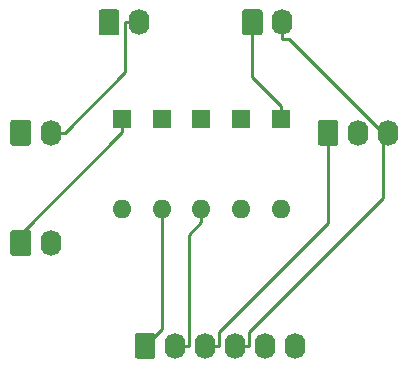
<source format=gbr>
G04 #@! TF.GenerationSoftware,KiCad,Pcbnew,(5.1.5-0-10_14)*
G04 #@! TF.CreationDate,2021-10-24T13:15:44+10:00*
G04 #@! TF.ProjectId,OH - Left Console - Ejection Seat,4f48202d-204c-4656-9674-20436f6e736f,rev?*
G04 #@! TF.SameCoordinates,Original*
G04 #@! TF.FileFunction,Copper,L1,Top*
G04 #@! TF.FilePolarity,Positive*
%FSLAX46Y46*%
G04 Gerber Fmt 4.6, Leading zero omitted, Abs format (unit mm)*
G04 Created by KiCad (PCBNEW (5.1.5-0-10_14)) date 2021-10-24 13:15:44*
%MOMM*%
%LPD*%
G04 APERTURE LIST*
%ADD10O,1.740000X2.200000*%
%ADD11C,0.100000*%
%ADD12O,1.600000X1.600000*%
%ADD13R,1.600000X1.600000*%
%ADD14C,0.250000*%
G04 APERTURE END LIST*
D10*
X78359000Y-116840000D03*
X75819000Y-116840000D03*
X73279000Y-116840000D03*
X70739000Y-116840000D03*
X68199000Y-116840000D03*
G04 #@! TA.AperFunction,ComponentPad*
D11*
G36*
X66303505Y-115741204D02*
G01*
X66327773Y-115744804D01*
X66351572Y-115750765D01*
X66374671Y-115759030D01*
X66396850Y-115769520D01*
X66417893Y-115782132D01*
X66437599Y-115796747D01*
X66455777Y-115813223D01*
X66472253Y-115831401D01*
X66486868Y-115851107D01*
X66499480Y-115872150D01*
X66509970Y-115894329D01*
X66518235Y-115917428D01*
X66524196Y-115941227D01*
X66527796Y-115965495D01*
X66529000Y-115989999D01*
X66529000Y-117690001D01*
X66527796Y-117714505D01*
X66524196Y-117738773D01*
X66518235Y-117762572D01*
X66509970Y-117785671D01*
X66499480Y-117807850D01*
X66486868Y-117828893D01*
X66472253Y-117848599D01*
X66455777Y-117866777D01*
X66437599Y-117883253D01*
X66417893Y-117897868D01*
X66396850Y-117910480D01*
X66374671Y-117920970D01*
X66351572Y-117929235D01*
X66327773Y-117935196D01*
X66303505Y-117938796D01*
X66279001Y-117940000D01*
X65038999Y-117940000D01*
X65014495Y-117938796D01*
X64990227Y-117935196D01*
X64966428Y-117929235D01*
X64943329Y-117920970D01*
X64921150Y-117910480D01*
X64900107Y-117897868D01*
X64880401Y-117883253D01*
X64862223Y-117866777D01*
X64845747Y-117848599D01*
X64831132Y-117828893D01*
X64818520Y-117807850D01*
X64808030Y-117785671D01*
X64799765Y-117762572D01*
X64793804Y-117738773D01*
X64790204Y-117714505D01*
X64789000Y-117690001D01*
X64789000Y-115989999D01*
X64790204Y-115965495D01*
X64793804Y-115941227D01*
X64799765Y-115917428D01*
X64808030Y-115894329D01*
X64818520Y-115872150D01*
X64831132Y-115851107D01*
X64845747Y-115831401D01*
X64862223Y-115813223D01*
X64880401Y-115796747D01*
X64900107Y-115782132D01*
X64921150Y-115769520D01*
X64943329Y-115759030D01*
X64966428Y-115750765D01*
X64990227Y-115744804D01*
X65014495Y-115741204D01*
X65038999Y-115740000D01*
X66279001Y-115740000D01*
X66303505Y-115741204D01*
G37*
G04 #@! TD.AperFunction*
D10*
X65151000Y-89471500D03*
G04 #@! TA.AperFunction,ComponentPad*
D11*
G36*
X63255505Y-88372704D02*
G01*
X63279773Y-88376304D01*
X63303572Y-88382265D01*
X63326671Y-88390530D01*
X63348850Y-88401020D01*
X63369893Y-88413632D01*
X63389599Y-88428247D01*
X63407777Y-88444723D01*
X63424253Y-88462901D01*
X63438868Y-88482607D01*
X63451480Y-88503650D01*
X63461970Y-88525829D01*
X63470235Y-88548928D01*
X63476196Y-88572727D01*
X63479796Y-88596995D01*
X63481000Y-88621499D01*
X63481000Y-90321501D01*
X63479796Y-90346005D01*
X63476196Y-90370273D01*
X63470235Y-90394072D01*
X63461970Y-90417171D01*
X63451480Y-90439350D01*
X63438868Y-90460393D01*
X63424253Y-90480099D01*
X63407777Y-90498277D01*
X63389599Y-90514753D01*
X63369893Y-90529368D01*
X63348850Y-90541980D01*
X63326671Y-90552470D01*
X63303572Y-90560735D01*
X63279773Y-90566696D01*
X63255505Y-90570296D01*
X63231001Y-90571500D01*
X61990999Y-90571500D01*
X61966495Y-90570296D01*
X61942227Y-90566696D01*
X61918428Y-90560735D01*
X61895329Y-90552470D01*
X61873150Y-90541980D01*
X61852107Y-90529368D01*
X61832401Y-90514753D01*
X61814223Y-90498277D01*
X61797747Y-90480099D01*
X61783132Y-90460393D01*
X61770520Y-90439350D01*
X61760030Y-90417171D01*
X61751765Y-90394072D01*
X61745804Y-90370273D01*
X61742204Y-90346005D01*
X61741000Y-90321501D01*
X61741000Y-88621499D01*
X61742204Y-88596995D01*
X61745804Y-88572727D01*
X61751765Y-88548928D01*
X61760030Y-88525829D01*
X61770520Y-88503650D01*
X61783132Y-88482607D01*
X61797747Y-88462901D01*
X61814223Y-88444723D01*
X61832401Y-88428247D01*
X61852107Y-88413632D01*
X61873150Y-88401020D01*
X61895329Y-88390530D01*
X61918428Y-88382265D01*
X61942227Y-88376304D01*
X61966495Y-88372704D01*
X61990999Y-88371500D01*
X63231001Y-88371500D01*
X63255505Y-88372704D01*
G37*
G04 #@! TD.AperFunction*
D10*
X86233000Y-98806000D03*
X83693000Y-98806000D03*
G04 #@! TA.AperFunction,ComponentPad*
D11*
G36*
X81797505Y-97707204D02*
G01*
X81821773Y-97710804D01*
X81845572Y-97716765D01*
X81868671Y-97725030D01*
X81890850Y-97735520D01*
X81911893Y-97748132D01*
X81931599Y-97762747D01*
X81949777Y-97779223D01*
X81966253Y-97797401D01*
X81980868Y-97817107D01*
X81993480Y-97838150D01*
X82003970Y-97860329D01*
X82012235Y-97883428D01*
X82018196Y-97907227D01*
X82021796Y-97931495D01*
X82023000Y-97955999D01*
X82023000Y-99656001D01*
X82021796Y-99680505D01*
X82018196Y-99704773D01*
X82012235Y-99728572D01*
X82003970Y-99751671D01*
X81993480Y-99773850D01*
X81980868Y-99794893D01*
X81966253Y-99814599D01*
X81949777Y-99832777D01*
X81931599Y-99849253D01*
X81911893Y-99863868D01*
X81890850Y-99876480D01*
X81868671Y-99886970D01*
X81845572Y-99895235D01*
X81821773Y-99901196D01*
X81797505Y-99904796D01*
X81773001Y-99906000D01*
X80532999Y-99906000D01*
X80508495Y-99904796D01*
X80484227Y-99901196D01*
X80460428Y-99895235D01*
X80437329Y-99886970D01*
X80415150Y-99876480D01*
X80394107Y-99863868D01*
X80374401Y-99849253D01*
X80356223Y-99832777D01*
X80339747Y-99814599D01*
X80325132Y-99794893D01*
X80312520Y-99773850D01*
X80302030Y-99751671D01*
X80293765Y-99728572D01*
X80287804Y-99704773D01*
X80284204Y-99680505D01*
X80283000Y-99656001D01*
X80283000Y-97955999D01*
X80284204Y-97931495D01*
X80287804Y-97907227D01*
X80293765Y-97883428D01*
X80302030Y-97860329D01*
X80312520Y-97838150D01*
X80325132Y-97817107D01*
X80339747Y-97797401D01*
X80356223Y-97779223D01*
X80374401Y-97762747D01*
X80394107Y-97748132D01*
X80415150Y-97735520D01*
X80437329Y-97725030D01*
X80460428Y-97716765D01*
X80484227Y-97710804D01*
X80508495Y-97707204D01*
X80532999Y-97706000D01*
X81773001Y-97706000D01*
X81797505Y-97707204D01*
G37*
G04 #@! TD.AperFunction*
D10*
X57658000Y-98806000D03*
G04 #@! TA.AperFunction,ComponentPad*
D11*
G36*
X55762505Y-97707204D02*
G01*
X55786773Y-97710804D01*
X55810572Y-97716765D01*
X55833671Y-97725030D01*
X55855850Y-97735520D01*
X55876893Y-97748132D01*
X55896599Y-97762747D01*
X55914777Y-97779223D01*
X55931253Y-97797401D01*
X55945868Y-97817107D01*
X55958480Y-97838150D01*
X55968970Y-97860329D01*
X55977235Y-97883428D01*
X55983196Y-97907227D01*
X55986796Y-97931495D01*
X55988000Y-97955999D01*
X55988000Y-99656001D01*
X55986796Y-99680505D01*
X55983196Y-99704773D01*
X55977235Y-99728572D01*
X55968970Y-99751671D01*
X55958480Y-99773850D01*
X55945868Y-99794893D01*
X55931253Y-99814599D01*
X55914777Y-99832777D01*
X55896599Y-99849253D01*
X55876893Y-99863868D01*
X55855850Y-99876480D01*
X55833671Y-99886970D01*
X55810572Y-99895235D01*
X55786773Y-99901196D01*
X55762505Y-99904796D01*
X55738001Y-99906000D01*
X54497999Y-99906000D01*
X54473495Y-99904796D01*
X54449227Y-99901196D01*
X54425428Y-99895235D01*
X54402329Y-99886970D01*
X54380150Y-99876480D01*
X54359107Y-99863868D01*
X54339401Y-99849253D01*
X54321223Y-99832777D01*
X54304747Y-99814599D01*
X54290132Y-99794893D01*
X54277520Y-99773850D01*
X54267030Y-99751671D01*
X54258765Y-99728572D01*
X54252804Y-99704773D01*
X54249204Y-99680505D01*
X54248000Y-99656001D01*
X54248000Y-97955999D01*
X54249204Y-97931495D01*
X54252804Y-97907227D01*
X54258765Y-97883428D01*
X54267030Y-97860329D01*
X54277520Y-97838150D01*
X54290132Y-97817107D01*
X54304747Y-97797401D01*
X54321223Y-97779223D01*
X54339401Y-97762747D01*
X54359107Y-97748132D01*
X54380150Y-97735520D01*
X54402329Y-97725030D01*
X54425428Y-97716765D01*
X54449227Y-97710804D01*
X54473495Y-97707204D01*
X54497999Y-97706000D01*
X55738001Y-97706000D01*
X55762505Y-97707204D01*
G37*
G04 #@! TD.AperFunction*
D10*
X77279500Y-89471500D03*
G04 #@! TA.AperFunction,ComponentPad*
D11*
G36*
X75384005Y-88372704D02*
G01*
X75408273Y-88376304D01*
X75432072Y-88382265D01*
X75455171Y-88390530D01*
X75477350Y-88401020D01*
X75498393Y-88413632D01*
X75518099Y-88428247D01*
X75536277Y-88444723D01*
X75552753Y-88462901D01*
X75567368Y-88482607D01*
X75579980Y-88503650D01*
X75590470Y-88525829D01*
X75598735Y-88548928D01*
X75604696Y-88572727D01*
X75608296Y-88596995D01*
X75609500Y-88621499D01*
X75609500Y-90321501D01*
X75608296Y-90346005D01*
X75604696Y-90370273D01*
X75598735Y-90394072D01*
X75590470Y-90417171D01*
X75579980Y-90439350D01*
X75567368Y-90460393D01*
X75552753Y-90480099D01*
X75536277Y-90498277D01*
X75518099Y-90514753D01*
X75498393Y-90529368D01*
X75477350Y-90541980D01*
X75455171Y-90552470D01*
X75432072Y-90560735D01*
X75408273Y-90566696D01*
X75384005Y-90570296D01*
X75359501Y-90571500D01*
X74119499Y-90571500D01*
X74094995Y-90570296D01*
X74070727Y-90566696D01*
X74046928Y-90560735D01*
X74023829Y-90552470D01*
X74001650Y-90541980D01*
X73980607Y-90529368D01*
X73960901Y-90514753D01*
X73942723Y-90498277D01*
X73926247Y-90480099D01*
X73911632Y-90460393D01*
X73899020Y-90439350D01*
X73888530Y-90417171D01*
X73880265Y-90394072D01*
X73874304Y-90370273D01*
X73870704Y-90346005D01*
X73869500Y-90321501D01*
X73869500Y-88621499D01*
X73870704Y-88596995D01*
X73874304Y-88572727D01*
X73880265Y-88548928D01*
X73888530Y-88525829D01*
X73899020Y-88503650D01*
X73911632Y-88482607D01*
X73926247Y-88462901D01*
X73942723Y-88444723D01*
X73960901Y-88428247D01*
X73980607Y-88413632D01*
X74001650Y-88401020D01*
X74023829Y-88390530D01*
X74046928Y-88382265D01*
X74070727Y-88376304D01*
X74094995Y-88372704D01*
X74119499Y-88371500D01*
X75359501Y-88371500D01*
X75384005Y-88372704D01*
G37*
G04 #@! TD.AperFunction*
D10*
X57658000Y-108140000D03*
G04 #@! TA.AperFunction,ComponentPad*
D11*
G36*
X55762505Y-107041204D02*
G01*
X55786773Y-107044804D01*
X55810572Y-107050765D01*
X55833671Y-107059030D01*
X55855850Y-107069520D01*
X55876893Y-107082132D01*
X55896599Y-107096747D01*
X55914777Y-107113223D01*
X55931253Y-107131401D01*
X55945868Y-107151107D01*
X55958480Y-107172150D01*
X55968970Y-107194329D01*
X55977235Y-107217428D01*
X55983196Y-107241227D01*
X55986796Y-107265495D01*
X55988000Y-107289999D01*
X55988000Y-108990001D01*
X55986796Y-109014505D01*
X55983196Y-109038773D01*
X55977235Y-109062572D01*
X55968970Y-109085671D01*
X55958480Y-109107850D01*
X55945868Y-109128893D01*
X55931253Y-109148599D01*
X55914777Y-109166777D01*
X55896599Y-109183253D01*
X55876893Y-109197868D01*
X55855850Y-109210480D01*
X55833671Y-109220970D01*
X55810572Y-109229235D01*
X55786773Y-109235196D01*
X55762505Y-109238796D01*
X55738001Y-109240000D01*
X54497999Y-109240000D01*
X54473495Y-109238796D01*
X54449227Y-109235196D01*
X54425428Y-109229235D01*
X54402329Y-109220970D01*
X54380150Y-109210480D01*
X54359107Y-109197868D01*
X54339401Y-109183253D01*
X54321223Y-109166777D01*
X54304747Y-109148599D01*
X54290132Y-109128893D01*
X54277520Y-109107850D01*
X54267030Y-109085671D01*
X54258765Y-109062572D01*
X54252804Y-109038773D01*
X54249204Y-109014505D01*
X54248000Y-108990001D01*
X54248000Y-107289999D01*
X54249204Y-107265495D01*
X54252804Y-107241227D01*
X54258765Y-107217428D01*
X54267030Y-107194329D01*
X54277520Y-107172150D01*
X54290132Y-107151107D01*
X54304747Y-107131401D01*
X54321223Y-107113223D01*
X54339401Y-107096747D01*
X54359107Y-107082132D01*
X54380150Y-107069520D01*
X54402329Y-107059030D01*
X54425428Y-107050765D01*
X54449227Y-107044804D01*
X54473495Y-107041204D01*
X54497999Y-107040000D01*
X55738001Y-107040000D01*
X55762505Y-107041204D01*
G37*
G04 #@! TD.AperFunction*
D12*
X73787000Y-105283000D03*
D13*
X73787000Y-97663000D03*
D12*
X67056000Y-105283000D03*
D13*
X67056000Y-97663000D03*
D12*
X70421500Y-105283000D03*
D13*
X70421500Y-97663000D03*
D12*
X77152500Y-105283000D03*
D13*
X77152500Y-97663000D03*
D12*
X63690500Y-105283000D03*
D13*
X63690500Y-97663000D03*
D14*
X70421500Y-105283000D02*
X70421500Y-106408300D01*
X68199000Y-116840000D02*
X69394300Y-116840000D01*
X70421500Y-106408300D02*
X69394300Y-107435500D01*
X69394300Y-107435500D02*
X69394300Y-116840000D01*
X63690500Y-97663000D02*
X63690500Y-98788300D01*
X63690500Y-98788300D02*
X55118000Y-107360800D01*
X55118000Y-107360800D02*
X55118000Y-108140000D01*
X77152500Y-97663000D02*
X77152500Y-96537700D01*
X77152500Y-96537700D02*
X74739500Y-94124700D01*
X74739500Y-94124700D02*
X74739500Y-89471500D01*
X67056000Y-105283000D02*
X67056000Y-115443000D01*
X67056000Y-115443000D02*
X65659000Y-116840000D01*
X65151000Y-89471500D02*
X63955700Y-89471500D01*
X57658000Y-98806000D02*
X58853300Y-98806000D01*
X58853300Y-98806000D02*
X63955700Y-93703600D01*
X63955700Y-93703600D02*
X63955700Y-89471500D01*
X77279500Y-89471500D02*
X77279500Y-90896800D01*
X85764000Y-98806000D02*
X77854800Y-90896800D01*
X77854800Y-90896800D02*
X77279500Y-90896800D01*
X74474300Y-116840000D02*
X74474300Y-115644700D01*
X74474300Y-115644700D02*
X85764000Y-104355000D01*
X85764000Y-104355000D02*
X85764000Y-98806000D01*
X73279000Y-116840000D02*
X74474300Y-116840000D01*
X86233000Y-98806000D02*
X85764000Y-98806000D01*
X70739000Y-116840000D02*
X71934300Y-116840000D01*
X81153000Y-98806000D02*
X81153000Y-106426000D01*
X81153000Y-106426000D02*
X71934300Y-115644700D01*
X71934300Y-115644700D02*
X71934300Y-116840000D01*
M02*

</source>
